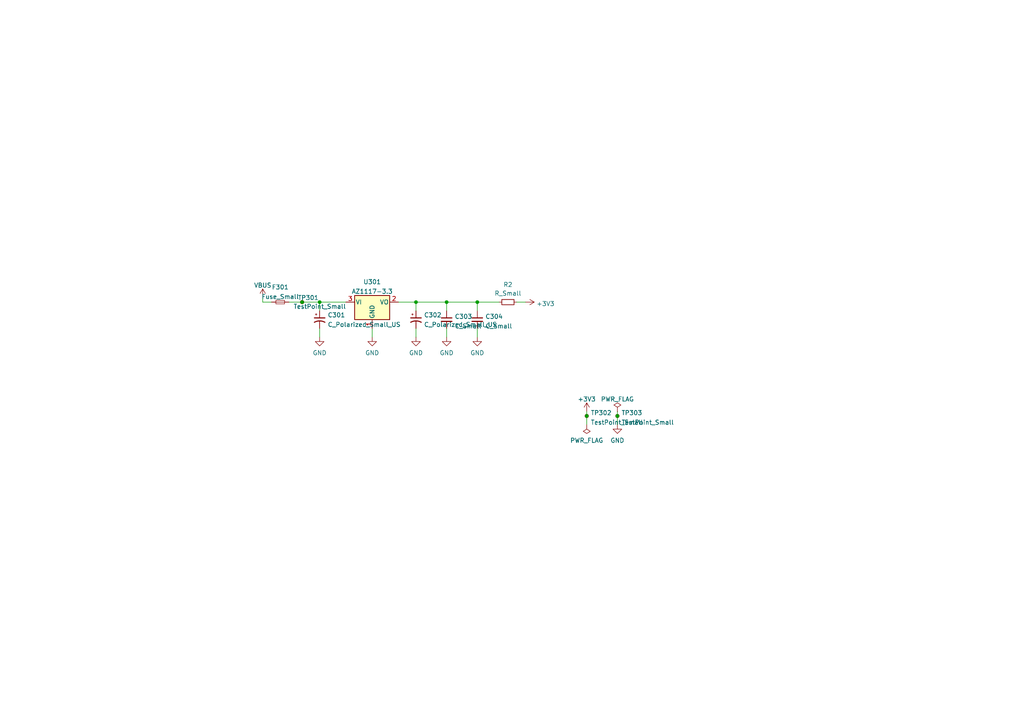
<source format=kicad_sch>
(kicad_sch (version 20230121) (generator eeschema)
  (paper "A4")
  (lib_symbols
    (symbol "Connector:TestPoint_Small" (pin_numbers hide) (pin_names (offset 0.762) hide)
      (property "Reference" "TP" (at 0 3.81 0))
      (property "Value" "TestPoint_Small" (at 0 2.032 0))
      (symbol "TestPoint_Small_0_1"
        (circle (center 0 0) (radius 0.508))
      )
      (symbol "TestPoint_Small_1_1"
        (pin passive line (at 0 0 90) (length 0) (name "1") (number "1"))
      )
    )
    (symbol "Device:C_Polarized_Small_US" (pin_numbers hide) (pin_names (offset 0.254) hide)
      (property "Reference" "C" (at 0.254 1.778 0))
      (property "Value" "C_Polarized_Small_US" (at 0.254 -2.032 0))
      (symbol "C_Polarized_Small_US_0_1"
        (polyline (pts (xy -1.524 0.508) (xy 1.524 0.508)) (stroke (width 0.3048)))
        (polyline (pts (xy -1.27 1.524) (xy -0.762 1.524)))
        (polyline (pts (xy -1.016 1.27) (xy -1.016 1.778)))
        (arc (start 1.524 -0.762) (mid 0 -0.3734) (end -1.524 -0.762) (stroke (width 0.3048)))
      )
      (symbol "C_Polarized_Small_US_1_1"
        (pin passive line (at 0 2.54 270) (length 2.032) (name "~") (number "1"))
        (pin passive line (at 0 -2.54 90) (length 2.032) (name "~") (number "2"))
      )
    )
    (symbol "Device:C_Small" (pin_numbers hide) (pin_names (offset 0.254) hide)
      (property "Reference" "C" (at 0.254 1.778 0))
      (property "Value" "C_Small" (at 0.254 -2.032 0))
      (symbol "C_Small_0_1"
        (polyline (pts (xy -1.524 -0.508) (xy 1.524 -0.508)) (stroke (width 0.3302)))
        (polyline (pts (xy -1.524 0.508) (xy 1.524 0.508)) (stroke (width 0.3048)))
      )
      (symbol "C_Small_1_1"
        (pin passive line (at 0 2.54 270) (length 2.032) (name "~") (number "1"))
        (pin passive line (at 0 -2.54 90) (length 2.032) (name "~") (number "2"))
      )
    )
    (symbol "Device:Fuse_Small" (pin_numbers hide) (pin_names (offset 0.254) hide)
      (property "Reference" "F" (at 0 -1.524 0))
      (property "Value" "Fuse_Small" (at 0 1.524 0))
      (symbol "Fuse_Small_0_1"
        (rectangle (start -1.27 0.508) (end 1.27 -0.508))
        (polyline (pts (xy -1.27 0) (xy 1.27 0)))
      )
      (symbol "Fuse_Small_1_1"
        (pin passive line (at -2.54 0 0) (length 1.27) (name "~") (number "1"))
        (pin passive line (at 2.54 0 180) (length 1.27) (name "~") (number "2"))
      )
    )
    (symbol "Device:R_Small" (pin_numbers hide) (pin_names (offset 0.254) hide)
      (property "Reference" "R" (at 0.762 0.508 0))
      (property "Value" "R_Small" (at 0.762 -1.016 0))
      (symbol "R_Small_0_1"
        (rectangle (start -0.762 1.778) (end 0.762 -1.778) (stroke (width 0.2032)))
      )
      (symbol "R_Small_1_1"
        (pin passive line (at 0 2.54 270) (length 0.762) (name "~") (number "1"))
        (pin passive line (at 0 -2.54 90) (length 0.762) (name "~") (number "2"))
      )
    )
    (symbol "Regulator_Linear:AZ1117-3.3" (pin_names (offset 0.254))
      (property "Reference" "U" (at -3.81 3.175 0))
      (property "Value" "AZ1117-3.3" (at 0 3.175 0))
      (symbol "AZ1117-3.3_0_1"
        (rectangle (start -5.08 1.905) (end 5.08 -5.08) (stroke (width 0.254)) (fill (type background)))
      )
      (symbol "AZ1117-3.3_1_1"
        (pin power_in line (at 0 -7.62 90) (length 2.54) (name "GND") (number "1"))
        (pin power_out line (at 7.62 0 180) (length 2.54) (name "VO") (number "2"))
        (pin power_in line (at -7.62 0 0) (length 2.54) (name "VI") (number "3"))
      )
    )
    (symbol "power:+3V3" (power) (pin_names (offset 0))
      (property "Value" "+3V3" (at 0 3.556 0))
      (symbol "+3V3_0_1"
        (polyline (pts (xy -0.762 1.27) (xy 0 2.54)))
        (polyline (pts (xy 0 0) (xy 0 2.54)))
        (polyline (pts (xy 0 2.54) (xy 0.762 1.27)))
      )
      (symbol "+3V3_1_1"
        (pin power_in line (at 0 0 90) (length 0) hide (name "+3V3") (number "1"))
      )
    )
    (symbol "power:GND" (power) (pin_names (offset 0))
      (property "Value" "GND" (at 0 -3.81 0))
      (symbol "GND_0_1"
        (polyline (pts (xy 0 0) (xy 0 -1.27) (xy 1.27 -1.27) (xy 0 -2.54) (xy -1.27 -1.27) (xy 0 -1.27)))
      )
      (symbol "GND_1_1"
        (pin power_in line (at 0 0 270) (length 0) hide (name "GND") (number "1"))
      )
    )
    (symbol "power:PWR_FLAG" (power) (pin_numbers hide) (pin_names (offset 0) hide)
      (property "Value" "PWR_FLAG" (at 0 3.81 0))
      (symbol "PWR_FLAG_0_0"
        (pin power_out line (at 0 0 90) (length 0) (name "pwr") (number "1"))
      )
      (symbol "PWR_FLAG_0_1"
        (polyline (pts (xy 0 0) (xy 0 1.27) (xy -1.016 1.905) (xy 0 2.54) (xy 1.016 1.905) (xy 0 1.27)))
      )
    )
    (symbol "power:VBUS" (power) (pin_names (offset 0))
      (property "Value" "VBUS" (at 0 3.81 0))
      (symbol "VBUS_0_1"
        (polyline (pts (xy -0.762 1.27) (xy 0 2.54)))
        (polyline (pts (xy 0 0) (xy 0 2.54)))
        (polyline (pts (xy 0 2.54) (xy 0.762 1.27)))
      )
      (symbol "VBUS_1_1"
        (pin power_in line (at 0 0 90) (length 0) hide (name "VBUS") (number "1"))
      )
    )
  )
  (junction (at 120.65 87.63))
  (junction (at 138.43 87.63))
  (junction (at 129.54 87.63))
  (junction (at 87.63 87.63))
  (junction (at 170.18 120.65))
  (junction (at 92.71 87.63))
  (junction (at 179.07 120.65))
  (wire (pts (xy 138.43 95.25) (xy 138.43 97.79)))
  (wire (pts (xy 76.2 87.63) (xy 78.74 87.63)))
  (wire (pts (xy 76.2 86.36) (xy 76.2 87.63)))
  (wire (pts (xy 129.54 95.25) (xy 129.54 97.79)))
  (wire (pts (xy 138.43 87.63) (xy 144.78 87.63)))
  (wire (pts (xy 120.65 87.63) (xy 115.57 87.63)))
  (wire (pts (xy 149.86 87.63) (xy 152.4 87.63)))
  (wire (pts (xy 179.07 120.65) (xy 179.07 123.19)))
  (wire (pts (xy 92.71 87.63) (xy 100.33 87.63)))
  (wire (pts (xy 120.65 90.17) (xy 120.65 87.63)))
  (wire (pts (xy 129.54 87.63) (xy 138.43 87.63)))
  (wire (pts (xy 120.65 95.25) (xy 120.65 97.79)))
  (wire (pts (xy 107.95 95.25) (xy 107.95 97.79)))
  (wire (pts (xy 92.71 95.25) (xy 92.71 97.79)))
  (wire (pts (xy 138.43 87.63) (xy 138.43 90.17)))
  (wire (pts (xy 129.54 90.17) (xy 129.54 87.63)))
  (wire (pts (xy 179.07 119.38) (xy 179.07 120.65)))
  (wire (pts (xy 170.18 119.38) (xy 170.18 120.65)))
  (wire (pts (xy 87.63 87.63) (xy 92.71 87.63)))
  (wire (pts (xy 92.71 87.63) (xy 92.71 90.17)))
  (wire (pts (xy 83.82 87.63) (xy 87.63 87.63)))
  (wire (pts (xy 129.54 87.63) (xy 120.65 87.63)))
  (wire (pts (xy 170.18 120.65) (xy 170.18 123.19)))
  (symbol (lib_id "power:GND") (at 179.07 123.19 0) (unit 1)
    (property "Reference" "#PWR0309" (effects hide))
    (property "Value" "GND" (at 179.07 127.7525 0))
  )
  (symbol (lib_id "Device:C_Small") (at 129.54 92.71 0) (unit 1)
    (property "Reference" "C303" (at 131.8641 91.8078 0) (effects (justify left)))
    (property "Value" "C_Small" (at 131.8641 94.5829 0) (effects (justify left)))
    (property "Footprint" "Capacitor_SMD:C_0603_1608Metric" (effects hide))
  )
  (symbol (lib_id "power:+3V3") (at 152.4 87.63 270) (unit 1)
    (property "Reference" "#PWR0307" (effects hide))
    (property "Value" "+3V3" (at 155.575 88.109 90) (effects (justify left)))
  )
  (symbol (lib_id "Connector:TestPoint_Small") (at 170.18 120.65 0) (unit 1)
    (property "Reference" "TP302" (at 171.323 119.7415 0) (effects (justify left)))
    (property "Value" "TestPoint_Small" (at 171.323 122.5166 0) (effects (justify left)))
    (property "Footprint" "TestPoint:TestPoint_Pad_D2.5mm" (effects hide))
  )
  (symbol (lib_id "power:GND") (at 138.43 97.79 0) (unit 1)
    (property "Reference" "#PWR0306" (effects hide))
    (property "Value" "GND" (at 138.43 102.3525 0))
  )
  (symbol (lib_id "power:+3V3") (at 170.18 119.38 0) (unit 1)
    (property "Reference" "#PWR0308" (effects hide))
    (property "Value" "+3V3" (at 170.18 115.7755 0))
  )
  (symbol (lib_id "Device:R_Small") (at 147.32 87.63 90) (unit 1)
    (property "Reference" "R2" (at 147.32 82.55 90))
    (property "Value" "R_Small" (at 147.32 85.09 90))
    (property "Footprint" "Resistor_SMD:R_0603_1608Metric_Pad0.98x0.95mm_HandSolder" (effects hide))
    (instances (project "oae" (path "" (reference "R2") (unit 1)) (path "" (reference "R301") (unit 1))))
  )
  (symbol (lib_id "power:PWR_FLAG") (at 179.07 119.38 0) (unit 1)
    (property "Reference" "#FLG0302" (effects hide))
    (property "Value" "PWR_FLAG" (at 179.07 115.7755 0))
  )
  (symbol (lib_id "Connector:TestPoint_Small") (at 179.07 120.65 0) (unit 1)
    (property "Reference" "TP303" (at 180.213 119.7415 0) (effects (justify left)))
    (property "Value" "TestPoint_Small" (at 180.213 122.5166 0) (effects (justify left)))
    (property "Footprint" "TestPoint:TestPoint_Pad_D2.5mm" (effects hide))
  )
  (symbol (lib_id "power:PWR_FLAG") (at 170.18 123.19 180) (unit 1)
    (property "Reference" "#FLG0301" (effects hide))
    (property "Value" "PWR_FLAG" (at 170.18 127.7525 0))
  )
  (symbol (lib_id "power:VBUS") (at 76.2 86.36 0) (unit 1)
    (property "Reference" "#PWR0301" (effects hide))
    (property "Value" "VBUS" (at 76.2 82.7555 0))
  )
  (symbol (lib_id "Regulator_Linear:AZ1117-3.3") (at 107.95 87.63 0) (unit 1)
    (property "Reference" "U301" (at 107.95 81.7585 0))
    (property "Value" "AZ1117-3.3" (at 107.95 84.5336 0))
    (property "Footprint" "Package_TO_SOT_SMD:TO-252-3_TabPin2" (effects hide))
    (property "Datasheet" "https://www.diodes.com/assets/Datasheets/AZ1117.pdf" (effects hide))
    (property "DigiKey" "AZ1117CD-3.3TRG1DIDKR-ND" (effects hide))
  )
  (symbol (lib_id "power:GND") (at 107.95 97.79 0) (unit 1)
    (property "Reference" "#PWR0303" (effects hide))
    (property "Value" "GND" (at 107.95 102.3525 0))
  )
  (symbol (lib_id "Device:C_Small") (at 138.43 92.71 0) (unit 1)
    (property "Reference" "C304" (at 140.7541 91.8078 0) (effects (justify left)))
    (property "Value" "C_Small" (at 140.7541 94.5829 0) (effects (justify left)))
    (property "Footprint" "Capacitor_SMD:C_0603_1608Metric" (effects hide))
  )
  (symbol (lib_id "power:GND") (at 129.54 97.79 0) (unit 1)
    (property "Reference" "#PWR0305" (effects hide))
    (property "Value" "GND" (at 129.54 102.3525 0))
  )
  (symbol (lib_id "Device:Fuse_Small") (at 81.28 87.63 0) (unit 1)
    (property "Reference" "F301" (at 81.28 83.2825 0))
    (property "Value" "Fuse_Small" (at 81.28 86.0576 0))
    (property "Footprint" "Fuse:Fuse_1206_3216Metric" (effects hide))
    (property "DigiKey" "507-1806-6-ND" (effects hide))
  )
  (symbol (lib_id "power:GND") (at 92.71 97.79 0) (unit 1)
    (property "Reference" "#PWR0302" (effects hide))
    (property "Value" "GND" (at 92.71 102.3525 0))
  )
  (symbol (lib_id "power:GND") (at 120.65 97.79 0) (unit 1)
    (property "Reference" "#PWR0304" (effects hide))
    (property "Value" "GND" (at 120.65 102.3525 0))
  )
  (symbol (lib_id "Device:C_Polarized_Small_US") (at 120.65 92.71 0) (unit 1)
    (property "Reference" "C302" (at 122.9614 91.3697 0) (effects (justify left)))
    (property "Value" "C_Polarized_Small_US" (at 122.9614 94.1448 0) (effects (justify left)))
    (property "Footprint" "Capacitor_SMD:C_0603_1608Metric" (effects hide))
  )
  (symbol (lib_id "Connector:TestPoint_Small") (at 87.63 87.63 0) (unit 1)
    (property "Reference" "TP301" (at 86.36 86.36 0) (effects (justify left)))
    (property "Value" "TestPoint_Small" (at 85.09 88.9 0) (effects (justify left)))
    (property "Footprint" "TestPoint:TestPoint_Pad_D2.5mm" (effects hide))
  )
  (symbol (lib_id "Device:C_Polarized_Small_US") (at 92.71 92.71 0) (unit 1)
    (property "Reference" "C301" (at 95.0214 91.3697 0) (effects (justify left)))
    (property "Value" "C_Polarized_Small_US" (at 95.0214 94.1448 0) (effects (justify left)))
    (property "Footprint" "Capacitor_SMD:C_0603_1608Metric" (effects hide))
  )
)
</source>
